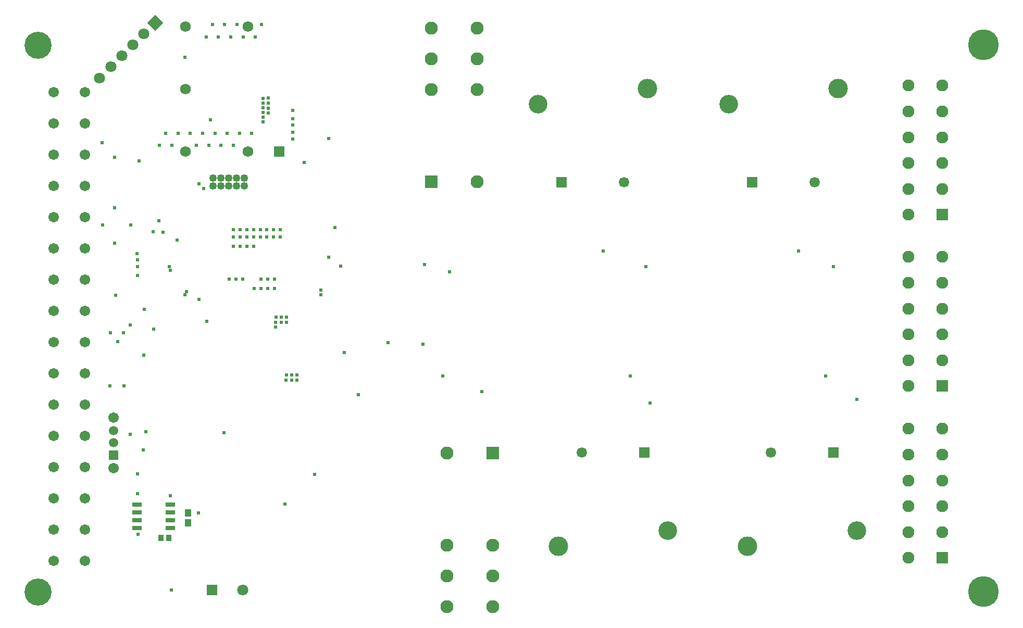
<source format=gbs>
G04*
G04 #@! TF.GenerationSoftware,Altium Limited,Altium Designer,21.6.4 (81)*
G04*
G04 Layer_Color=16711935*
%FSLAX25Y25*%
%MOIN*%
G70*
G04*
G04 #@! TF.SameCoordinates,D5C6F8BD-756C-4CA3-9184-76241C2A0D58*
G04*
G04*
G04 #@! TF.FilePolarity,Negative*
G04*
G01*
G75*
%ADD20R,0.03985X0.04758*%
%ADD58R,0.03753X0.04147*%
%ADD69C,0.08280*%
%ADD70R,0.08280X0.08280*%
%ADD71C,0.11929*%
%ADD72C,0.12441*%
%ADD73C,0.06653*%
%ADD74R,0.06653X0.06653*%
%ADD75C,0.06800*%
%ADD76R,0.06800X0.06800*%
%ADD77C,0.06706*%
%ADD78C,0.17335*%
%ADD79R,0.07690X0.07690*%
%ADD80C,0.07690*%
%ADD81C,0.07099*%
%ADD82P,0.10040X4X270.0*%
%ADD83C,0.04934*%
%ADD84R,0.05950X0.05950*%
%ADD85C,0.05950*%
%ADD86C,0.19698*%
%ADD87R,0.07099X0.07099*%
%ADD88C,0.02375*%
G04:AMPARAMS|DCode=130|XSize=61.02mil|YSize=23.62mil|CornerRadius=2.01mil|HoleSize=0mil|Usage=FLASHONLY|Rotation=0.000|XOffset=0mil|YOffset=0mil|HoleType=Round|Shape=RoundedRectangle|*
%AMROUNDEDRECTD130*
21,1,0.06102,0.01961,0,0,0.0*
21,1,0.05701,0.02362,0,0,0.0*
1,1,0.00402,0.02850,-0.00980*
1,1,0.00402,-0.02850,-0.00980*
1,1,0.00402,-0.02850,0.00980*
1,1,0.00402,0.02850,0.00980*
%
%ADD130ROUNDEDRECTD130*%
D20*
X107000Y72157D02*
D03*
Y65843D02*
D03*
D58*
X94718Y56200D02*
D03*
X89600D02*
D03*
D69*
X292032Y284256D02*
D03*
Y343311D02*
D03*
Y362996D02*
D03*
Y382681D02*
D03*
X262504D02*
D03*
Y362996D02*
D03*
Y343311D02*
D03*
X272504Y110744D02*
D03*
Y51689D02*
D03*
Y32004D02*
D03*
Y12319D02*
D03*
X302031D02*
D03*
Y32004D02*
D03*
Y51689D02*
D03*
D70*
X262504Y284256D02*
D03*
X302031Y110744D02*
D03*
D71*
X535032Y61000D02*
D03*
X414035Y61020D02*
D03*
X453024Y333980D02*
D03*
X330996D02*
D03*
D72*
X465031Y51000D02*
D03*
X344035Y51020D02*
D03*
X523024Y343980D02*
D03*
X400996D02*
D03*
D73*
X480031Y111000D02*
D03*
X359035Y111020D02*
D03*
X508024Y283980D02*
D03*
X385996D02*
D03*
D74*
X520031Y111000D02*
D03*
X399035Y111020D02*
D03*
X468024Y283980D02*
D03*
X345996D02*
D03*
D75*
X105200Y303600D02*
D03*
Y343600D02*
D03*
Y383600D02*
D03*
X145200Y303600D02*
D03*
Y383600D02*
D03*
D76*
X165200Y303600D02*
D03*
D77*
X20866Y41653D02*
D03*
Y61654D02*
D03*
Y81653D02*
D03*
Y101654D02*
D03*
Y121653D02*
D03*
Y141654D02*
D03*
Y161653D02*
D03*
Y181653D02*
D03*
Y201654D02*
D03*
Y221654D02*
D03*
Y241653D02*
D03*
Y261653D02*
D03*
Y281653D02*
D03*
Y301654D02*
D03*
Y321654D02*
D03*
Y341653D02*
D03*
X40866Y41653D02*
D03*
Y61654D02*
D03*
Y81653D02*
D03*
Y101654D02*
D03*
Y121653D02*
D03*
Y141654D02*
D03*
Y161653D02*
D03*
Y181653D02*
D03*
Y201654D02*
D03*
Y221654D02*
D03*
Y241653D02*
D03*
Y261653D02*
D03*
Y281653D02*
D03*
Y301654D02*
D03*
Y321654D02*
D03*
Y341653D02*
D03*
X59400Y101058D02*
D03*
Y133342D02*
D03*
D78*
X10866Y371654D02*
D03*
Y21654D02*
D03*
D79*
X589653Y43465D02*
D03*
Y263142D02*
D03*
Y153465D02*
D03*
D80*
X568000Y43465D02*
D03*
X589653Y60000D02*
D03*
X568000D02*
D03*
X589653Y76535D02*
D03*
X568000D02*
D03*
X589653Y93071D02*
D03*
X568000D02*
D03*
X589653Y109606D02*
D03*
X568000D02*
D03*
X589653Y126142D02*
D03*
X568000D02*
D03*
Y263142D02*
D03*
X589653Y279677D02*
D03*
X568000D02*
D03*
X589653Y296213D02*
D03*
X568000D02*
D03*
X589653Y312748D02*
D03*
X568000D02*
D03*
X589653Y329283D02*
D03*
X568000D02*
D03*
X589653Y345819D02*
D03*
X568000D02*
D03*
Y236142D02*
D03*
X589653D02*
D03*
X568000Y219606D02*
D03*
X589653D02*
D03*
X568000Y203071D02*
D03*
X589653D02*
D03*
X568000Y186535D02*
D03*
X589653D02*
D03*
X568000Y170000D02*
D03*
X589653D02*
D03*
X568000Y153465D02*
D03*
D81*
X50422Y350722D02*
D03*
X57493Y357793D02*
D03*
X71636Y371936D02*
D03*
X78707Y379007D02*
D03*
X64565Y364864D02*
D03*
X141842Y23000D02*
D03*
D82*
X85778Y386078D02*
D03*
D83*
X123000Y281500D02*
D03*
Y286500D02*
D03*
X128000Y281500D02*
D03*
X133000D02*
D03*
X128000Y286500D02*
D03*
X133000D02*
D03*
X138000Y281500D02*
D03*
X143000D02*
D03*
X138000Y286500D02*
D03*
X143000D02*
D03*
D84*
X59400Y109326D02*
D03*
D85*
Y117200D02*
D03*
Y125074D02*
D03*
D86*
X615866Y371850D02*
D03*
Y21850D02*
D03*
D87*
X122158Y23000D02*
D03*
D88*
X148857Y253728D02*
D03*
Y249000D02*
D03*
X60600Y211700D02*
D03*
X70300Y256600D02*
D03*
X174000Y330000D02*
D03*
Y324500D02*
D03*
Y320500D02*
D03*
Y316000D02*
D03*
Y311500D02*
D03*
X258400Y231200D02*
D03*
X497500Y240000D02*
D03*
X74500Y229900D02*
D03*
X60000Y245000D02*
D03*
X79000Y202496D02*
D03*
X70000Y192500D02*
D03*
X65600Y187700D02*
D03*
X70000Y122500D02*
D03*
X85000Y190000D02*
D03*
X60000Y300000D02*
D03*
X51800Y309400D02*
D03*
X100000Y247000D02*
D03*
X84700Y252400D02*
D03*
X88300Y259300D02*
D03*
X95000Y230000D02*
D03*
X74500Y234425D02*
D03*
X74400Y238400D02*
D03*
X60000Y267500D02*
D03*
X75750Y297650D02*
D03*
X128070Y307500D02*
D03*
X120196D02*
D03*
X520000Y230000D02*
D03*
X372500Y240000D02*
D03*
X400000Y230000D02*
D03*
X274163Y226663D02*
D03*
X390000Y160000D02*
D03*
X402500Y142500D02*
D03*
X535000Y145000D02*
D03*
X269800Y160000D02*
D03*
X295000Y150000D02*
D03*
X515000Y160000D02*
D03*
X257122Y180122D02*
D03*
X234878Y181122D02*
D03*
X105997Y214003D02*
D03*
X104983Y211965D02*
D03*
X114051Y209051D02*
D03*
X192000Y215000D02*
D03*
Y212000D02*
D03*
X137714Y222000D02*
D03*
X162286D02*
D03*
X153714D02*
D03*
X158000D02*
D03*
X142000D02*
D03*
X133429D02*
D03*
X162286Y216000D02*
D03*
X158000D02*
D03*
X149429D02*
D03*
X153714D02*
D03*
X157429Y253728D02*
D03*
X153143D02*
D03*
X166000D02*
D03*
X161714D02*
D03*
X136000D02*
D03*
X140286D02*
D03*
X144571D02*
D03*
X140286Y249000D02*
D03*
X144571D02*
D03*
X136000D02*
D03*
X157429D02*
D03*
X153143D02*
D03*
X161714D02*
D03*
X166000D02*
D03*
X140286Y243000D02*
D03*
X136000D02*
D03*
X148857D02*
D03*
X144571D02*
D03*
X114000Y283000D02*
D03*
X117000Y280000D02*
D03*
X201000Y255000D02*
D03*
X188000Y97000D02*
D03*
X169000Y78000D02*
D03*
X207000Y175000D02*
D03*
X216000Y148000D02*
D03*
X96300Y23000D02*
D03*
X118800Y194800D02*
D03*
X95600Y83200D02*
D03*
X113500Y72200D02*
D03*
X95500Y227700D02*
D03*
X57200Y187600D02*
D03*
X74500Y84600D02*
D03*
X79800Y124300D02*
D03*
X74500Y97300D02*
D03*
X57100Y153600D02*
D03*
X75100Y58700D02*
D03*
X65900Y153700D02*
D03*
X96574Y307500D02*
D03*
X88700D02*
D03*
X92637Y315374D02*
D03*
X100511D02*
D03*
X112322Y307500D02*
D03*
X116259Y315374D02*
D03*
X108385D02*
D03*
X124133D02*
D03*
X132007D02*
D03*
X121300Y324000D02*
D03*
X104900Y363800D02*
D03*
X126426Y377000D02*
D03*
X204500Y230200D02*
D03*
X197000Y235900D02*
D03*
X139881Y315374D02*
D03*
X181418Y296618D02*
D03*
X197100Y311800D02*
D03*
X91000Y252100D02*
D03*
X61900Y182000D02*
D03*
X74600Y224400D02*
D03*
X78500Y173400D02*
D03*
X78300Y112700D02*
D03*
X130000Y123500D02*
D03*
X169800Y160600D02*
D03*
X173250D02*
D03*
X176700D02*
D03*
X173250Y157400D02*
D03*
X169700D02*
D03*
X176700D02*
D03*
X163000Y191200D02*
D03*
X170100Y194400D02*
D03*
X163100D02*
D03*
X166650D02*
D03*
X170100Y197600D02*
D03*
X166650D02*
D03*
X163200D02*
D03*
X158300Y328242D02*
D03*
X154800Y328549D02*
D03*
X158300Y331428D02*
D03*
X154800Y331599D02*
D03*
Y322448D02*
D03*
Y325499D02*
D03*
Y334650D02*
D03*
X158300Y337800D02*
D03*
Y334614D02*
D03*
X154800Y337700D02*
D03*
X147755Y315374D02*
D03*
X135944Y307500D02*
D03*
X153985Y384874D02*
D03*
X150048Y377000D02*
D03*
X142174D02*
D03*
X138237Y384874D02*
D03*
X134300Y377000D02*
D03*
X130363Y384874D02*
D03*
X122489D02*
D03*
X118552Y377000D02*
D03*
X52200Y256500D02*
D03*
D130*
X74370Y62500D02*
D03*
Y67500D02*
D03*
Y72500D02*
D03*
Y77500D02*
D03*
X95630D02*
D03*
Y72500D02*
D03*
Y67500D02*
D03*
Y62500D02*
D03*
M02*

</source>
